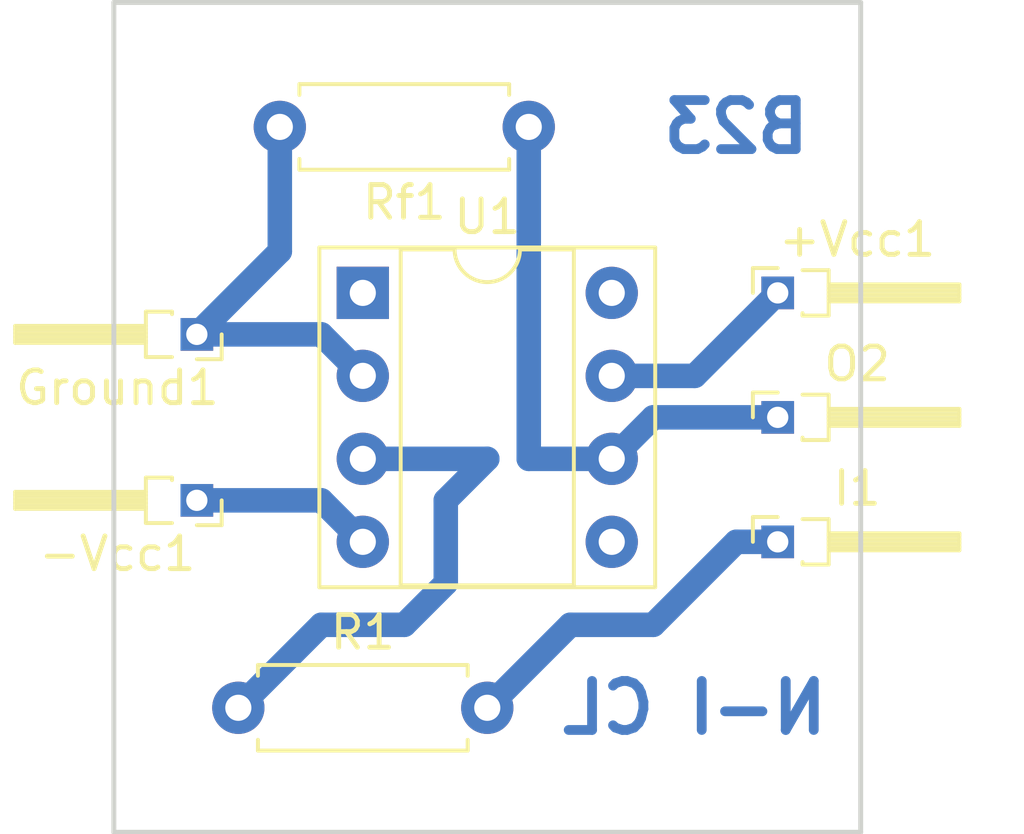
<source format=kicad_pcb>
(kicad_pcb (version 4) (host pcbnew 4.0.7)

  (general
    (links 8)
    (no_connects 0)
    (area 136.014999 79.934999 167.652501 105.485001)
    (thickness 1.6)
    (drawings 6)
    (tracks 23)
    (zones 0)
    (modules 8)
    (nets 10)
  )

  (page A4)
  (layers
    (0 F.Cu signal)
    (31 B.Cu signal)
    (32 B.Adhes user)
    (33 F.Adhes user)
    (34 B.Paste user)
    (35 F.Paste user)
    (36 B.SilkS user)
    (37 F.SilkS user)
    (38 B.Mask user)
    (39 F.Mask user)
    (40 Dwgs.User user)
    (41 Cmts.User user)
    (42 Eco1.User user)
    (43 Eco2.User user)
    (44 Edge.Cuts user)
    (45 Margin user)
    (46 B.CrtYd user)
    (47 F.CrtYd user)
    (48 B.Fab user)
    (49 F.Fab user)
  )

  (setup
    (last_trace_width 0.75)
    (trace_clearance 0.2)
    (zone_clearance 0.508)
    (zone_45_only no)
    (trace_min 0.2)
    (segment_width 0.2)
    (edge_width 0.15)
    (via_size 0.6)
    (via_drill 0.4)
    (via_min_size 0.4)
    (via_min_drill 0.3)
    (uvia_size 0.3)
    (uvia_drill 0.1)
    (uvias_allowed no)
    (uvia_min_size 0.2)
    (uvia_min_drill 0.1)
    (pcb_text_width 0.3)
    (pcb_text_size 1.5 1.5)
    (mod_edge_width 0.15)
    (mod_text_size 1 1)
    (mod_text_width 0.15)
    (pad_size 1.524 1.524)
    (pad_drill 0.762)
    (pad_to_mask_clearance 0.2)
    (aux_axis_origin 0 0)
    (visible_elements FFFFFF7F)
    (pcbplotparams
      (layerselection 0x3d030_80000001)
      (usegerberextensions false)
      (excludeedgelayer true)
      (linewidth 0.100000)
      (plotframeref false)
      (viasonmask false)
      (mode 1)
      (useauxorigin false)
      (hpglpennumber 1)
      (hpglpenspeed 20)
      (hpglpendiameter 15)
      (hpglpenoverlay 2)
      (psnegative false)
      (psa4output false)
      (plotreference true)
      (plotvalue true)
      (plotinvisibletext false)
      (padsonsilk false)
      (subtractmaskfromsilk false)
      (outputformat 4)
      (mirror false)
      (drillshape 0)
      (scaleselection 1)
      (outputdirectory ""))
  )

  (net 0 "")
  (net 1 "Net-(+Vcc1-Pad1)")
  (net 2 "Net-(-Vcc1-Pad1)")
  (net 3 "Net-(Ground1-Pad1)")
  (net 4 "Net-(I1-Pad1)")
  (net 5 "Net-(O2-Pad1)")
  (net 6 "Net-(R1-Pad1)")
  (net 7 "Net-(U1-Pad1)")
  (net 8 "Net-(U1-Pad5)")
  (net 9 "Net-(U1-Pad8)")

  (net_class Default "This is the default net class."
    (clearance 0.2)
    (trace_width 0.75)
    (via_dia 0.6)
    (via_drill 0.4)
    (uvia_dia 0.3)
    (uvia_drill 0.1)
    (add_net "Net-(+Vcc1-Pad1)")
    (add_net "Net-(-Vcc1-Pad1)")
    (add_net "Net-(Ground1-Pad1)")
    (add_net "Net-(I1-Pad1)")
    (add_net "Net-(O2-Pad1)")
    (add_net "Net-(R1-Pad1)")
    (add_net "Net-(U1-Pad1)")
    (add_net "Net-(U1-Pad5)")
    (add_net "Net-(U1-Pad8)")
  )

  (module Pin_Headers:Pin_Header_Angled_1x01_Pitch1.27mm (layer F.Cu) (tedit 59650535) (tstamp 5C4A0D54)
    (at 160.02 88.9)
    (descr "Through hole angled pin header, 1x01, 1.27mm pitch, 4.0mm pin length, single row")
    (tags "Through hole angled pin header THT 1x01 1.27mm single row")
    (path /5C4A1076)
    (fp_text reference +Vcc1 (at 2.4325 -1.635) (layer F.SilkS)
      (effects (font (size 1 1) (thickness 0.15)))
    )
    (fp_text value +12V (at 2.4325 1.635) (layer F.Fab)
      (effects (font (size 1 1) (thickness 0.15)))
    )
    (fp_line (start 0.75 -0.635) (end 1.5 -0.635) (layer F.Fab) (width 0.1))
    (fp_line (start 1.5 -0.635) (end 1.5 0.635) (layer F.Fab) (width 0.1))
    (fp_line (start 1.5 0.635) (end 0.5 0.635) (layer F.Fab) (width 0.1))
    (fp_line (start 0.5 0.635) (end 0.5 -0.385) (layer F.Fab) (width 0.1))
    (fp_line (start 0.5 -0.385) (end 0.75 -0.635) (layer F.Fab) (width 0.1))
    (fp_line (start -0.2 -0.2) (end 0.5 -0.2) (layer F.Fab) (width 0.1))
    (fp_line (start -0.2 -0.2) (end -0.2 0.2) (layer F.Fab) (width 0.1))
    (fp_line (start -0.2 0.2) (end 0.5 0.2) (layer F.Fab) (width 0.1))
    (fp_line (start 1.5 -0.2) (end 5.5 -0.2) (layer F.Fab) (width 0.1))
    (fp_line (start 5.5 -0.2) (end 5.5 0.2) (layer F.Fab) (width 0.1))
    (fp_line (start 1.5 0.2) (end 5.5 0.2) (layer F.Fab) (width 0.1))
    (fp_line (start 0.76 -0.695) (end 1.56 -0.695) (layer F.SilkS) (width 0.12))
    (fp_line (start 1.56 -0.695) (end 1.56 0.695) (layer F.SilkS) (width 0.12))
    (fp_line (start 1.56 0.695) (end 0.76 0.695) (layer F.SilkS) (width 0.12))
    (fp_line (start 0.76 0.695) (end 0.76 0.619677) (layer F.SilkS) (width 0.12))
    (fp_line (start 1.56 -0.26) (end 5.56 -0.26) (layer F.SilkS) (width 0.12))
    (fp_line (start 5.56 -0.26) (end 5.56 0.26) (layer F.SilkS) (width 0.12))
    (fp_line (start 5.56 0.26) (end 1.56 0.26) (layer F.SilkS) (width 0.12))
    (fp_line (start 1.56 -0.2) (end 5.56 -0.2) (layer F.SilkS) (width 0.12))
    (fp_line (start 1.56 -0.08) (end 5.56 -0.08) (layer F.SilkS) (width 0.12))
    (fp_line (start 1.56 0.04) (end 5.56 0.04) (layer F.SilkS) (width 0.12))
    (fp_line (start 1.56 0.16) (end 5.56 0.16) (layer F.SilkS) (width 0.12))
    (fp_line (start -0.76 0) (end -0.76 -0.76) (layer F.SilkS) (width 0.12))
    (fp_line (start -0.76 -0.76) (end 0 -0.76) (layer F.SilkS) (width 0.12))
    (fp_line (start -1.15 -1.15) (end -1.15 1.15) (layer F.CrtYd) (width 0.05))
    (fp_line (start -1.15 1.15) (end 6 1.15) (layer F.CrtYd) (width 0.05))
    (fp_line (start 6 1.15) (end 6 -1.15) (layer F.CrtYd) (width 0.05))
    (fp_line (start 6 -1.15) (end -1.15 -1.15) (layer F.CrtYd) (width 0.05))
    (fp_text user %R (at 1 0 90) (layer F.Fab)
      (effects (font (size 0.6 0.6) (thickness 0.09)))
    )
    (pad 1 thru_hole rect (at 0 0) (size 1 1) (drill 0.65) (layers *.Cu *.Mask)
      (net 1 "Net-(+Vcc1-Pad1)"))
    (model ${KISYS3DMOD}/Pin_Headers.3dshapes/Pin_Header_Angled_1x01_Pitch1.27mm.wrl
      (at (xyz 0 0 0))
      (scale (xyz 1 1 1))
      (rotate (xyz 0 0 0))
    )
  )

  (module Pin_Headers:Pin_Header_Angled_1x01_Pitch1.27mm (layer F.Cu) (tedit 59650535) (tstamp 5C4A0D59)
    (at 142.24 95.25 180)
    (descr "Through hole angled pin header, 1x01, 1.27mm pitch, 4.0mm pin length, single row")
    (tags "Through hole angled pin header THT 1x01 1.27mm single row")
    (path /5C4A0FC8)
    (fp_text reference -Vcc1 (at 2.4325 -1.635 180) (layer F.SilkS)
      (effects (font (size 1 1) (thickness 0.15)))
    )
    (fp_text value -12V (at 2.4325 1.635 180) (layer F.Fab)
      (effects (font (size 1 1) (thickness 0.15)))
    )
    (fp_line (start 0.75 -0.635) (end 1.5 -0.635) (layer F.Fab) (width 0.1))
    (fp_line (start 1.5 -0.635) (end 1.5 0.635) (layer F.Fab) (width 0.1))
    (fp_line (start 1.5 0.635) (end 0.5 0.635) (layer F.Fab) (width 0.1))
    (fp_line (start 0.5 0.635) (end 0.5 -0.385) (layer F.Fab) (width 0.1))
    (fp_line (start 0.5 -0.385) (end 0.75 -0.635) (layer F.Fab) (width 0.1))
    (fp_line (start -0.2 -0.2) (end 0.5 -0.2) (layer F.Fab) (width 0.1))
    (fp_line (start -0.2 -0.2) (end -0.2 0.2) (layer F.Fab) (width 0.1))
    (fp_line (start -0.2 0.2) (end 0.5 0.2) (layer F.Fab) (width 0.1))
    (fp_line (start 1.5 -0.2) (end 5.5 -0.2) (layer F.Fab) (width 0.1))
    (fp_line (start 5.5 -0.2) (end 5.5 0.2) (layer F.Fab) (width 0.1))
    (fp_line (start 1.5 0.2) (end 5.5 0.2) (layer F.Fab) (width 0.1))
    (fp_line (start 0.76 -0.695) (end 1.56 -0.695) (layer F.SilkS) (width 0.12))
    (fp_line (start 1.56 -0.695) (end 1.56 0.695) (layer F.SilkS) (width 0.12))
    (fp_line (start 1.56 0.695) (end 0.76 0.695) (layer F.SilkS) (width 0.12))
    (fp_line (start 0.76 0.695) (end 0.76 0.619677) (layer F.SilkS) (width 0.12))
    (fp_line (start 1.56 -0.26) (end 5.56 -0.26) (layer F.SilkS) (width 0.12))
    (fp_line (start 5.56 -0.26) (end 5.56 0.26) (layer F.SilkS) (width 0.12))
    (fp_line (start 5.56 0.26) (end 1.56 0.26) (layer F.SilkS) (width 0.12))
    (fp_line (start 1.56 -0.2) (end 5.56 -0.2) (layer F.SilkS) (width 0.12))
    (fp_line (start 1.56 -0.08) (end 5.56 -0.08) (layer F.SilkS) (width 0.12))
    (fp_line (start 1.56 0.04) (end 5.56 0.04) (layer F.SilkS) (width 0.12))
    (fp_line (start 1.56 0.16) (end 5.56 0.16) (layer F.SilkS) (width 0.12))
    (fp_line (start -0.76 0) (end -0.76 -0.76) (layer F.SilkS) (width 0.12))
    (fp_line (start -0.76 -0.76) (end 0 -0.76) (layer F.SilkS) (width 0.12))
    (fp_line (start -1.15 -1.15) (end -1.15 1.15) (layer F.CrtYd) (width 0.05))
    (fp_line (start -1.15 1.15) (end 6 1.15) (layer F.CrtYd) (width 0.05))
    (fp_line (start 6 1.15) (end 6 -1.15) (layer F.CrtYd) (width 0.05))
    (fp_line (start 6 -1.15) (end -1.15 -1.15) (layer F.CrtYd) (width 0.05))
    (fp_text user %R (at 1 0 270) (layer F.Fab)
      (effects (font (size 0.6 0.6) (thickness 0.09)))
    )
    (pad 1 thru_hole rect (at 0 0 180) (size 1 1) (drill 0.65) (layers *.Cu *.Mask)
      (net 2 "Net-(-Vcc1-Pad1)"))
    (model ${KISYS3DMOD}/Pin_Headers.3dshapes/Pin_Header_Angled_1x01_Pitch1.27mm.wrl
      (at (xyz 0 0 0))
      (scale (xyz 1 1 1))
      (rotate (xyz 0 0 0))
    )
  )

  (module Pin_Headers:Pin_Header_Angled_1x01_Pitch1.27mm (layer F.Cu) (tedit 59650535) (tstamp 5C4A0D5E)
    (at 142.24 90.17 180)
    (descr "Through hole angled pin header, 1x01, 1.27mm pitch, 4.0mm pin length, single row")
    (tags "Through hole angled pin header THT 1x01 1.27mm single row")
    (path /5C4A104D)
    (fp_text reference Ground1 (at 2.4325 -1.635 180) (layer F.SilkS)
      (effects (font (size 1 1) (thickness 0.15)))
    )
    (fp_text value Gnd (at 2.4325 1.635 180) (layer F.Fab)
      (effects (font (size 1 1) (thickness 0.15)))
    )
    (fp_line (start 0.75 -0.635) (end 1.5 -0.635) (layer F.Fab) (width 0.1))
    (fp_line (start 1.5 -0.635) (end 1.5 0.635) (layer F.Fab) (width 0.1))
    (fp_line (start 1.5 0.635) (end 0.5 0.635) (layer F.Fab) (width 0.1))
    (fp_line (start 0.5 0.635) (end 0.5 -0.385) (layer F.Fab) (width 0.1))
    (fp_line (start 0.5 -0.385) (end 0.75 -0.635) (layer F.Fab) (width 0.1))
    (fp_line (start -0.2 -0.2) (end 0.5 -0.2) (layer F.Fab) (width 0.1))
    (fp_line (start -0.2 -0.2) (end -0.2 0.2) (layer F.Fab) (width 0.1))
    (fp_line (start -0.2 0.2) (end 0.5 0.2) (layer F.Fab) (width 0.1))
    (fp_line (start 1.5 -0.2) (end 5.5 -0.2) (layer F.Fab) (width 0.1))
    (fp_line (start 5.5 -0.2) (end 5.5 0.2) (layer F.Fab) (width 0.1))
    (fp_line (start 1.5 0.2) (end 5.5 0.2) (layer F.Fab) (width 0.1))
    (fp_line (start 0.76 -0.695) (end 1.56 -0.695) (layer F.SilkS) (width 0.12))
    (fp_line (start 1.56 -0.695) (end 1.56 0.695) (layer F.SilkS) (width 0.12))
    (fp_line (start 1.56 0.695) (end 0.76 0.695) (layer F.SilkS) (width 0.12))
    (fp_line (start 0.76 0.695) (end 0.76 0.619677) (layer F.SilkS) (width 0.12))
    (fp_line (start 1.56 -0.26) (end 5.56 -0.26) (layer F.SilkS) (width 0.12))
    (fp_line (start 5.56 -0.26) (end 5.56 0.26) (layer F.SilkS) (width 0.12))
    (fp_line (start 5.56 0.26) (end 1.56 0.26) (layer F.SilkS) (width 0.12))
    (fp_line (start 1.56 -0.2) (end 5.56 -0.2) (layer F.SilkS) (width 0.12))
    (fp_line (start 1.56 -0.08) (end 5.56 -0.08) (layer F.SilkS) (width 0.12))
    (fp_line (start 1.56 0.04) (end 5.56 0.04) (layer F.SilkS) (width 0.12))
    (fp_line (start 1.56 0.16) (end 5.56 0.16) (layer F.SilkS) (width 0.12))
    (fp_line (start -0.76 0) (end -0.76 -0.76) (layer F.SilkS) (width 0.12))
    (fp_line (start -0.76 -0.76) (end 0 -0.76) (layer F.SilkS) (width 0.12))
    (fp_line (start -1.15 -1.15) (end -1.15 1.15) (layer F.CrtYd) (width 0.05))
    (fp_line (start -1.15 1.15) (end 6 1.15) (layer F.CrtYd) (width 0.05))
    (fp_line (start 6 1.15) (end 6 -1.15) (layer F.CrtYd) (width 0.05))
    (fp_line (start 6 -1.15) (end -1.15 -1.15) (layer F.CrtYd) (width 0.05))
    (fp_text user %R (at 1 0 270) (layer F.Fab)
      (effects (font (size 0.6 0.6) (thickness 0.09)))
    )
    (pad 1 thru_hole rect (at 0 0 180) (size 1 1) (drill 0.65) (layers *.Cu *.Mask)
      (net 3 "Net-(Ground1-Pad1)"))
    (model ${KISYS3DMOD}/Pin_Headers.3dshapes/Pin_Header_Angled_1x01_Pitch1.27mm.wrl
      (at (xyz 0 0 0))
      (scale (xyz 1 1 1))
      (rotate (xyz 0 0 0))
    )
  )

  (module Pin_Headers:Pin_Header_Angled_1x01_Pitch1.27mm (layer F.Cu) (tedit 59650535) (tstamp 5C4A0D63)
    (at 160.02 96.52)
    (descr "Through hole angled pin header, 1x01, 1.27mm pitch, 4.0mm pin length, single row")
    (tags "Through hole angled pin header THT 1x01 1.27mm single row")
    (path /5C4A1024)
    (fp_text reference I1 (at 2.4325 -1.635) (layer F.SilkS)
      (effects (font (size 1 1) (thickness 0.15)))
    )
    (fp_text value "sine 2V 1kHz" (at 2.4325 1.635) (layer F.Fab)
      (effects (font (size 1 1) (thickness 0.15)))
    )
    (fp_line (start 0.75 -0.635) (end 1.5 -0.635) (layer F.Fab) (width 0.1))
    (fp_line (start 1.5 -0.635) (end 1.5 0.635) (layer F.Fab) (width 0.1))
    (fp_line (start 1.5 0.635) (end 0.5 0.635) (layer F.Fab) (width 0.1))
    (fp_line (start 0.5 0.635) (end 0.5 -0.385) (layer F.Fab) (width 0.1))
    (fp_line (start 0.5 -0.385) (end 0.75 -0.635) (layer F.Fab) (width 0.1))
    (fp_line (start -0.2 -0.2) (end 0.5 -0.2) (layer F.Fab) (width 0.1))
    (fp_line (start -0.2 -0.2) (end -0.2 0.2) (layer F.Fab) (width 0.1))
    (fp_line (start -0.2 0.2) (end 0.5 0.2) (layer F.Fab) (width 0.1))
    (fp_line (start 1.5 -0.2) (end 5.5 -0.2) (layer F.Fab) (width 0.1))
    (fp_line (start 5.5 -0.2) (end 5.5 0.2) (layer F.Fab) (width 0.1))
    (fp_line (start 1.5 0.2) (end 5.5 0.2) (layer F.Fab) (width 0.1))
    (fp_line (start 0.76 -0.695) (end 1.56 -0.695) (layer F.SilkS) (width 0.12))
    (fp_line (start 1.56 -0.695) (end 1.56 0.695) (layer F.SilkS) (width 0.12))
    (fp_line (start 1.56 0.695) (end 0.76 0.695) (layer F.SilkS) (width 0.12))
    (fp_line (start 0.76 0.695) (end 0.76 0.619677) (layer F.SilkS) (width 0.12))
    (fp_line (start 1.56 -0.26) (end 5.56 -0.26) (layer F.SilkS) (width 0.12))
    (fp_line (start 5.56 -0.26) (end 5.56 0.26) (layer F.SilkS) (width 0.12))
    (fp_line (start 5.56 0.26) (end 1.56 0.26) (layer F.SilkS) (width 0.12))
    (fp_line (start 1.56 -0.2) (end 5.56 -0.2) (layer F.SilkS) (width 0.12))
    (fp_line (start 1.56 -0.08) (end 5.56 -0.08) (layer F.SilkS) (width 0.12))
    (fp_line (start 1.56 0.04) (end 5.56 0.04) (layer F.SilkS) (width 0.12))
    (fp_line (start 1.56 0.16) (end 5.56 0.16) (layer F.SilkS) (width 0.12))
    (fp_line (start -0.76 0) (end -0.76 -0.76) (layer F.SilkS) (width 0.12))
    (fp_line (start -0.76 -0.76) (end 0 -0.76) (layer F.SilkS) (width 0.12))
    (fp_line (start -1.15 -1.15) (end -1.15 1.15) (layer F.CrtYd) (width 0.05))
    (fp_line (start -1.15 1.15) (end 6 1.15) (layer F.CrtYd) (width 0.05))
    (fp_line (start 6 1.15) (end 6 -1.15) (layer F.CrtYd) (width 0.05))
    (fp_line (start 6 -1.15) (end -1.15 -1.15) (layer F.CrtYd) (width 0.05))
    (fp_text user %R (at 1 0 90) (layer F.Fab)
      (effects (font (size 0.6 0.6) (thickness 0.09)))
    )
    (pad 1 thru_hole rect (at 0 0) (size 1 1) (drill 0.65) (layers *.Cu *.Mask)
      (net 4 "Net-(I1-Pad1)"))
    (model ${KISYS3DMOD}/Pin_Headers.3dshapes/Pin_Header_Angled_1x01_Pitch1.27mm.wrl
      (at (xyz 0 0 0))
      (scale (xyz 1 1 1))
      (rotate (xyz 0 0 0))
    )
  )

  (module Pin_Headers:Pin_Header_Angled_1x01_Pitch1.27mm (layer F.Cu) (tedit 59650535) (tstamp 5C4A0D68)
    (at 160.02 92.71)
    (descr "Through hole angled pin header, 1x01, 1.27mm pitch, 4.0mm pin length, single row")
    (tags "Through hole angled pin header THT 1x01 1.27mm single row")
    (path /5C4A0FFB)
    (fp_text reference O2 (at 2.4325 -1.635) (layer F.SilkS)
      (effects (font (size 1 1) (thickness 0.15)))
    )
    (fp_text value CRO (at 2.4325 1.635) (layer F.Fab)
      (effects (font (size 1 1) (thickness 0.15)))
    )
    (fp_line (start 0.75 -0.635) (end 1.5 -0.635) (layer F.Fab) (width 0.1))
    (fp_line (start 1.5 -0.635) (end 1.5 0.635) (layer F.Fab) (width 0.1))
    (fp_line (start 1.5 0.635) (end 0.5 0.635) (layer F.Fab) (width 0.1))
    (fp_line (start 0.5 0.635) (end 0.5 -0.385) (layer F.Fab) (width 0.1))
    (fp_line (start 0.5 -0.385) (end 0.75 -0.635) (layer F.Fab) (width 0.1))
    (fp_line (start -0.2 -0.2) (end 0.5 -0.2) (layer F.Fab) (width 0.1))
    (fp_line (start -0.2 -0.2) (end -0.2 0.2) (layer F.Fab) (width 0.1))
    (fp_line (start -0.2 0.2) (end 0.5 0.2) (layer F.Fab) (width 0.1))
    (fp_line (start 1.5 -0.2) (end 5.5 -0.2) (layer F.Fab) (width 0.1))
    (fp_line (start 5.5 -0.2) (end 5.5 0.2) (layer F.Fab) (width 0.1))
    (fp_line (start 1.5 0.2) (end 5.5 0.2) (layer F.Fab) (width 0.1))
    (fp_line (start 0.76 -0.695) (end 1.56 -0.695) (layer F.SilkS) (width 0.12))
    (fp_line (start 1.56 -0.695) (end 1.56 0.695) (layer F.SilkS) (width 0.12))
    (fp_line (start 1.56 0.695) (end 0.76 0.695) (layer F.SilkS) (width 0.12))
    (fp_line (start 0.76 0.695) (end 0.76 0.619677) (layer F.SilkS) (width 0.12))
    (fp_line (start 1.56 -0.26) (end 5.56 -0.26) (layer F.SilkS) (width 0.12))
    (fp_line (start 5.56 -0.26) (end 5.56 0.26) (layer F.SilkS) (width 0.12))
    (fp_line (start 5.56 0.26) (end 1.56 0.26) (layer F.SilkS) (width 0.12))
    (fp_line (start 1.56 -0.2) (end 5.56 -0.2) (layer F.SilkS) (width 0.12))
    (fp_line (start 1.56 -0.08) (end 5.56 -0.08) (layer F.SilkS) (width 0.12))
    (fp_line (start 1.56 0.04) (end 5.56 0.04) (layer F.SilkS) (width 0.12))
    (fp_line (start 1.56 0.16) (end 5.56 0.16) (layer F.SilkS) (width 0.12))
    (fp_line (start -0.76 0) (end -0.76 -0.76) (layer F.SilkS) (width 0.12))
    (fp_line (start -0.76 -0.76) (end 0 -0.76) (layer F.SilkS) (width 0.12))
    (fp_line (start -1.15 -1.15) (end -1.15 1.15) (layer F.CrtYd) (width 0.05))
    (fp_line (start -1.15 1.15) (end 6 1.15) (layer F.CrtYd) (width 0.05))
    (fp_line (start 6 1.15) (end 6 -1.15) (layer F.CrtYd) (width 0.05))
    (fp_line (start 6 -1.15) (end -1.15 -1.15) (layer F.CrtYd) (width 0.05))
    (fp_text user %R (at 1 0 90) (layer F.Fab)
      (effects (font (size 0.6 0.6) (thickness 0.09)))
    )
    (pad 1 thru_hole rect (at 0 0) (size 1 1) (drill 0.65) (layers *.Cu *.Mask)
      (net 5 "Net-(O2-Pad1)"))
    (model ${KISYS3DMOD}/Pin_Headers.3dshapes/Pin_Header_Angled_1x01_Pitch1.27mm.wrl
      (at (xyz 0 0 0))
      (scale (xyz 1 1 1))
      (rotate (xyz 0 0 0))
    )
  )

  (module Resistors_THT:R_Axial_DIN0207_L6.3mm_D2.5mm_P7.62mm_Horizontal (layer F.Cu) (tedit 5874F706) (tstamp 5C4A0D6E)
    (at 143.51 101.6)
    (descr "Resistor, Axial_DIN0207 series, Axial, Horizontal, pin pitch=7.62mm, 0.25W = 1/4W, length*diameter=6.3*2.5mm^2, http://cdn-reichelt.de/documents/datenblatt/B400/1_4W%23YAG.pdf")
    (tags "Resistor Axial_DIN0207 series Axial Horizontal pin pitch 7.62mm 0.25W = 1/4W length 6.3mm diameter 2.5mm")
    (path /5C4A0F5F)
    (fp_text reference R1 (at 3.81 -2.31) (layer F.SilkS)
      (effects (font (size 1 1) (thickness 0.15)))
    )
    (fp_text value "1k ohm" (at 3.81 2.31) (layer F.Fab)
      (effects (font (size 1 1) (thickness 0.15)))
    )
    (fp_line (start 0.66 -1.25) (end 0.66 1.25) (layer F.Fab) (width 0.1))
    (fp_line (start 0.66 1.25) (end 6.96 1.25) (layer F.Fab) (width 0.1))
    (fp_line (start 6.96 1.25) (end 6.96 -1.25) (layer F.Fab) (width 0.1))
    (fp_line (start 6.96 -1.25) (end 0.66 -1.25) (layer F.Fab) (width 0.1))
    (fp_line (start 0 0) (end 0.66 0) (layer F.Fab) (width 0.1))
    (fp_line (start 7.62 0) (end 6.96 0) (layer F.Fab) (width 0.1))
    (fp_line (start 0.6 -0.98) (end 0.6 -1.31) (layer F.SilkS) (width 0.12))
    (fp_line (start 0.6 -1.31) (end 7.02 -1.31) (layer F.SilkS) (width 0.12))
    (fp_line (start 7.02 -1.31) (end 7.02 -0.98) (layer F.SilkS) (width 0.12))
    (fp_line (start 0.6 0.98) (end 0.6 1.31) (layer F.SilkS) (width 0.12))
    (fp_line (start 0.6 1.31) (end 7.02 1.31) (layer F.SilkS) (width 0.12))
    (fp_line (start 7.02 1.31) (end 7.02 0.98) (layer F.SilkS) (width 0.12))
    (fp_line (start -1.05 -1.6) (end -1.05 1.6) (layer F.CrtYd) (width 0.05))
    (fp_line (start -1.05 1.6) (end 8.7 1.6) (layer F.CrtYd) (width 0.05))
    (fp_line (start 8.7 1.6) (end 8.7 -1.6) (layer F.CrtYd) (width 0.05))
    (fp_line (start 8.7 -1.6) (end -1.05 -1.6) (layer F.CrtYd) (width 0.05))
    (pad 1 thru_hole circle (at 0 0) (size 1.6 1.6) (drill 0.8) (layers *.Cu *.Mask)
      (net 6 "Net-(R1-Pad1)"))
    (pad 2 thru_hole oval (at 7.62 0) (size 1.6 1.6) (drill 0.8) (layers *.Cu *.Mask)
      (net 4 "Net-(I1-Pad1)"))
    (model ${KISYS3DMOD}/Resistors_THT.3dshapes/R_Axial_DIN0207_L6.3mm_D2.5mm_P7.62mm_Horizontal.wrl
      (at (xyz 0 0 0))
      (scale (xyz 0.393701 0.393701 0.393701))
      (rotate (xyz 0 0 0))
    )
  )

  (module Resistors_THT:R_Axial_DIN0207_L6.3mm_D2.5mm_P7.62mm_Horizontal (layer F.Cu) (tedit 5874F706) (tstamp 5C4A0D74)
    (at 152.4 83.82 180)
    (descr "Resistor, Axial_DIN0207 series, Axial, Horizontal, pin pitch=7.62mm, 0.25W = 1/4W, length*diameter=6.3*2.5mm^2, http://cdn-reichelt.de/documents/datenblatt/B400/1_4W%23YAG.pdf")
    (tags "Resistor Axial_DIN0207 series Axial Horizontal pin pitch 7.62mm 0.25W = 1/4W length 6.3mm diameter 2.5mm")
    (path /5C4A0F8A)
    (fp_text reference Rf1 (at 3.81 -2.31 180) (layer F.SilkS)
      (effects (font (size 1 1) (thickness 0.15)))
    )
    (fp_text value "5k ohm" (at 3.81 2.31 180) (layer F.Fab)
      (effects (font (size 1 1) (thickness 0.15)))
    )
    (fp_line (start 0.66 -1.25) (end 0.66 1.25) (layer F.Fab) (width 0.1))
    (fp_line (start 0.66 1.25) (end 6.96 1.25) (layer F.Fab) (width 0.1))
    (fp_line (start 6.96 1.25) (end 6.96 -1.25) (layer F.Fab) (width 0.1))
    (fp_line (start 6.96 -1.25) (end 0.66 -1.25) (layer F.Fab) (width 0.1))
    (fp_line (start 0 0) (end 0.66 0) (layer F.Fab) (width 0.1))
    (fp_line (start 7.62 0) (end 6.96 0) (layer F.Fab) (width 0.1))
    (fp_line (start 0.6 -0.98) (end 0.6 -1.31) (layer F.SilkS) (width 0.12))
    (fp_line (start 0.6 -1.31) (end 7.02 -1.31) (layer F.SilkS) (width 0.12))
    (fp_line (start 7.02 -1.31) (end 7.02 -0.98) (layer F.SilkS) (width 0.12))
    (fp_line (start 0.6 0.98) (end 0.6 1.31) (layer F.SilkS) (width 0.12))
    (fp_line (start 0.6 1.31) (end 7.02 1.31) (layer F.SilkS) (width 0.12))
    (fp_line (start 7.02 1.31) (end 7.02 0.98) (layer F.SilkS) (width 0.12))
    (fp_line (start -1.05 -1.6) (end -1.05 1.6) (layer F.CrtYd) (width 0.05))
    (fp_line (start -1.05 1.6) (end 8.7 1.6) (layer F.CrtYd) (width 0.05))
    (fp_line (start 8.7 1.6) (end 8.7 -1.6) (layer F.CrtYd) (width 0.05))
    (fp_line (start 8.7 -1.6) (end -1.05 -1.6) (layer F.CrtYd) (width 0.05))
    (pad 1 thru_hole circle (at 0 0 180) (size 1.6 1.6) (drill 0.8) (layers *.Cu *.Mask)
      (net 5 "Net-(O2-Pad1)"))
    (pad 2 thru_hole oval (at 7.62 0 180) (size 1.6 1.6) (drill 0.8) (layers *.Cu *.Mask)
      (net 3 "Net-(Ground1-Pad1)"))
    (model ${KISYS3DMOD}/Resistors_THT.3dshapes/R_Axial_DIN0207_L6.3mm_D2.5mm_P7.62mm_Horizontal.wrl
      (at (xyz 0 0 0))
      (scale (xyz 0.393701 0.393701 0.393701))
      (rotate (xyz 0 0 0))
    )
  )

  (module Housings_DIP:DIP-8_W7.62mm_Socket (layer F.Cu) (tedit 59C78D6B) (tstamp 5C4A0D80)
    (at 147.32 88.9)
    (descr "8-lead though-hole mounted DIP package, row spacing 7.62 mm (300 mils), Socket")
    (tags "THT DIP DIL PDIP 2.54mm 7.62mm 300mil Socket")
    (path /5C4A0ECA)
    (fp_text reference U1 (at 3.81 -2.33) (layer F.SilkS)
      (effects (font (size 1 1) (thickness 0.15)))
    )
    (fp_text value LM741 (at 3.81 9.95) (layer F.Fab)
      (effects (font (size 1 1) (thickness 0.15)))
    )
    (fp_arc (start 3.81 -1.33) (end 2.81 -1.33) (angle -180) (layer F.SilkS) (width 0.12))
    (fp_line (start 1.635 -1.27) (end 6.985 -1.27) (layer F.Fab) (width 0.1))
    (fp_line (start 6.985 -1.27) (end 6.985 8.89) (layer F.Fab) (width 0.1))
    (fp_line (start 6.985 8.89) (end 0.635 8.89) (layer F.Fab) (width 0.1))
    (fp_line (start 0.635 8.89) (end 0.635 -0.27) (layer F.Fab) (width 0.1))
    (fp_line (start 0.635 -0.27) (end 1.635 -1.27) (layer F.Fab) (width 0.1))
    (fp_line (start -1.27 -1.33) (end -1.27 8.95) (layer F.Fab) (width 0.1))
    (fp_line (start -1.27 8.95) (end 8.89 8.95) (layer F.Fab) (width 0.1))
    (fp_line (start 8.89 8.95) (end 8.89 -1.33) (layer F.Fab) (width 0.1))
    (fp_line (start 8.89 -1.33) (end -1.27 -1.33) (layer F.Fab) (width 0.1))
    (fp_line (start 2.81 -1.33) (end 1.16 -1.33) (layer F.SilkS) (width 0.12))
    (fp_line (start 1.16 -1.33) (end 1.16 8.95) (layer F.SilkS) (width 0.12))
    (fp_line (start 1.16 8.95) (end 6.46 8.95) (layer F.SilkS) (width 0.12))
    (fp_line (start 6.46 8.95) (end 6.46 -1.33) (layer F.SilkS) (width 0.12))
    (fp_line (start 6.46 -1.33) (end 4.81 -1.33) (layer F.SilkS) (width 0.12))
    (fp_line (start -1.33 -1.39) (end -1.33 9.01) (layer F.SilkS) (width 0.12))
    (fp_line (start -1.33 9.01) (end 8.95 9.01) (layer F.SilkS) (width 0.12))
    (fp_line (start 8.95 9.01) (end 8.95 -1.39) (layer F.SilkS) (width 0.12))
    (fp_line (start 8.95 -1.39) (end -1.33 -1.39) (layer F.SilkS) (width 0.12))
    (fp_line (start -1.55 -1.6) (end -1.55 9.2) (layer F.CrtYd) (width 0.05))
    (fp_line (start -1.55 9.2) (end 9.15 9.2) (layer F.CrtYd) (width 0.05))
    (fp_line (start 9.15 9.2) (end 9.15 -1.6) (layer F.CrtYd) (width 0.05))
    (fp_line (start 9.15 -1.6) (end -1.55 -1.6) (layer F.CrtYd) (width 0.05))
    (fp_text user %R (at 3.81 3.81) (layer F.Fab)
      (effects (font (size 1 1) (thickness 0.15)))
    )
    (pad 1 thru_hole rect (at 0 0) (size 1.6 1.6) (drill 0.8) (layers *.Cu *.Mask)
      (net 7 "Net-(U1-Pad1)"))
    (pad 5 thru_hole oval (at 7.62 7.62) (size 1.6 1.6) (drill 0.8) (layers *.Cu *.Mask)
      (net 8 "Net-(U1-Pad5)"))
    (pad 2 thru_hole oval (at 0 2.54) (size 1.6 1.6) (drill 0.8) (layers *.Cu *.Mask)
      (net 3 "Net-(Ground1-Pad1)"))
    (pad 6 thru_hole oval (at 7.62 5.08) (size 1.6 1.6) (drill 0.8) (layers *.Cu *.Mask)
      (net 5 "Net-(O2-Pad1)"))
    (pad 3 thru_hole oval (at 0 5.08) (size 1.6 1.6) (drill 0.8) (layers *.Cu *.Mask)
      (net 6 "Net-(R1-Pad1)"))
    (pad 7 thru_hole oval (at 7.62 2.54) (size 1.6 1.6) (drill 0.8) (layers *.Cu *.Mask)
      (net 1 "Net-(+Vcc1-Pad1)"))
    (pad 4 thru_hole oval (at 0 7.62) (size 1.6 1.6) (drill 0.8) (layers *.Cu *.Mask)
      (net 2 "Net-(-Vcc1-Pad1)"))
    (pad 8 thru_hole oval (at 7.62 0) (size 1.6 1.6) (drill 0.8) (layers *.Cu *.Mask)
      (net 9 "Net-(U1-Pad8)"))
    (model ${KISYS3DMOD}/Housings_DIP.3dshapes/DIP-8_W7.62mm_Socket.wrl
      (at (xyz 0 0 0))
      (scale (xyz 1 1 1))
      (rotate (xyz 0 0 0))
    )
  )

  (gr_line (start 139.7 105.41) (end 139.7 80.01) (angle 90) (layer Edge.Cuts) (width 0.15))
  (gr_line (start 162.56 105.41) (end 139.7 105.41) (angle 90) (layer Edge.Cuts) (width 0.15))
  (gr_line (start 162.56 80.01) (end 162.56 105.41) (angle 90) (layer Edge.Cuts) (width 0.15))
  (gr_line (start 139.7 80.01) (end 162.56 80.01) (angle 90) (layer Edge.Cuts) (width 0.15))
  (gr_text "N-I CL" (at 157.48 101.6) (layer B.Cu)
    (effects (font (size 1.5 1.5) (thickness 0.3)) (justify mirror))
  )
  (gr_text B23 (at 158.75 83.82) (layer B.Cu)
    (effects (font (size 1.5 1.5) (thickness 0.3)) (justify mirror))
  )

  (segment (start 154.94 91.44) (end 157.48 91.44) (width 0.75) (layer B.Cu) (net 1) (status 400000))
  (segment (start 157.48 91.44) (end 160.02 88.9) (width 0.75) (layer B.Cu) (net 1) (tstamp 5C4A0F6B) (status 800000))
  (segment (start 142.24 95.25) (end 146.05 95.25) (width 0.75) (layer B.Cu) (net 2) (status 400000))
  (segment (start 146.05 95.25) (end 147.32 96.52) (width 0.75) (layer B.Cu) (net 2) (tstamp 5C4A0F87) (status 800000))
  (segment (start 144.78 83.82) (end 144.78 87.63) (width 0.75) (layer B.Cu) (net 3) (status 400000))
  (segment (start 144.78 87.63) (end 142.24 90.17) (width 0.75) (layer B.Cu) (net 3) (tstamp 5C4A0F8D) (status 800000))
  (segment (start 142.24 90.17) (end 146.05 90.17) (width 0.75) (layer B.Cu) (net 3) (status 400000))
  (segment (start 146.05 90.17) (end 147.32 91.44) (width 0.75) (layer B.Cu) (net 3) (tstamp 5C4A0F8A) (status 800000))
  (segment (start 160.02 96.52) (end 158.75 96.52) (width 0.75) (layer B.Cu) (net 4) (status 400000))
  (segment (start 153.67 99.06) (end 151.13 101.6) (width 0.75) (layer B.Cu) (net 4) (tstamp 5C4A0F77) (status 800000))
  (segment (start 156.21 99.06) (end 153.67 99.06) (width 0.75) (layer B.Cu) (net 4) (tstamp 5C4A0F74))
  (segment (start 158.75 96.52) (end 156.21 99.06) (width 0.75) (layer B.Cu) (net 4) (tstamp 5C4A0F72))
  (segment (start 152.4 83.82) (end 152.4 90.17) (width 0.75) (layer B.Cu) (net 5) (status 400000))
  (segment (start 152.4 93.98) (end 154.94 93.98) (width 0.75) (layer B.Cu) (net 5) (tstamp 5C4A0F95) (status 800000))
  (segment (start 152.4 90.17) (end 152.4 93.98) (width 0.75) (layer B.Cu) (net 5) (tstamp 5C4A0F91))
  (segment (start 160.02 92.71) (end 156.21 92.71) (width 0.75) (layer B.Cu) (net 5) (status 400000))
  (segment (start 156.21 92.71) (end 154.94 93.98) (width 0.75) (layer B.Cu) (net 5) (tstamp 5C4A0F6E) (status 800000))
  (segment (start 147.32 93.98) (end 151.13 93.98) (width 0.75) (layer B.Cu) (net 6) (status 400000))
  (segment (start 146.05 99.06) (end 143.51 101.6) (width 0.75) (layer B.Cu) (net 6) (tstamp 5C4A0F83) (status 800000))
  (segment (start 148.59 99.06) (end 146.05 99.06) (width 0.75) (layer B.Cu) (net 6) (tstamp 5C4A0F81))
  (segment (start 149.86 97.79) (end 148.59 99.06) (width 0.75) (layer B.Cu) (net 6) (tstamp 5C4A0F7F))
  (segment (start 149.86 95.25) (end 149.86 97.79) (width 0.75) (layer B.Cu) (net 6) (tstamp 5C4A0F7E))
  (segment (start 151.13 93.98) (end 149.86 95.25) (width 0.75) (layer B.Cu) (net 6) (tstamp 5C4A0F7C))

)

</source>
